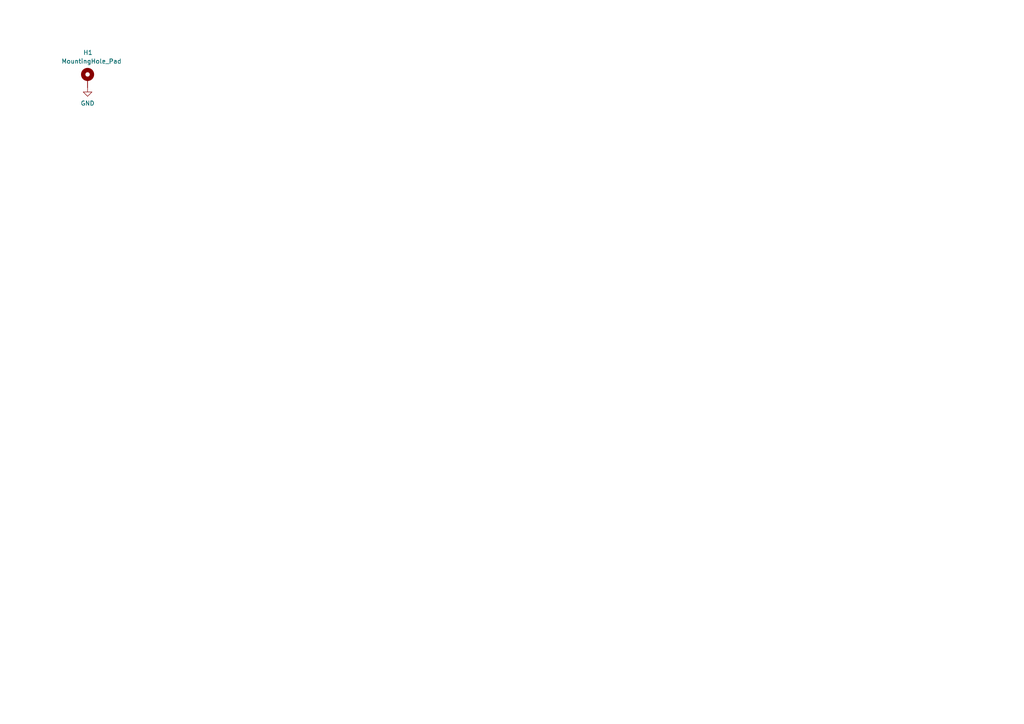
<source format=kicad_sch>
(kicad_sch (version 20231120) (generator "eeschema") (generator_version "8.0")
  (paper "A4")
  (lib_symbols
    (symbol "Mechanical:MountingHole_Pad" (pin_numbers hide) (pin_names (offset 1.016) hide)
      (property "Reference" "H" (at 0 6.35 0))
      (property "Value" "MountingHole_Pad" (at 0 4.445 0))
      (symbol "MountingHole_Pad_0_1"
        (circle (center 0 1.27) (radius 1.27) (stroke (width 1.27)))
      )
      (symbol "MountingHole_Pad_1_1"
        (pin input line (at 0 -2.54 90) (length 2.54) (name "1") (number "1"))
      )
    )
    (symbol "power:GND" (power) (pin_names (offset 0))
      (property "Value" "GND" (at 0 -3.81 0))
      (symbol "GND_0_1"
        (polyline (pts (xy 0 0) (xy 0 -1.27) (xy 1.27 -1.27) (xy 0 -2.54) (xy -1.27 -1.27) (xy 0 -1.27)))
      )
      (symbol "GND_1_1"
        (pin power_in line (at 0 0 270) (length 0) hide (name "GND") (number "1"))
      )
    )
  )
  (symbol (lib_id "power:GND") (at 25.4 25.4 0) (unit 1)
    (property "Reference" "#PWR01" (effects (hide yes)))
    (property "Value" "GND" (at 25.4 29.9625 0))
  )
  (symbol (lib_id "Mechanical:MountingHole_Pad") (at 25.4 22.86 0) (unit 1)
    (property "Reference" "H1" (at 24.13 15.24 0) (effects (justify left)))
    (property "Value" "MountingHole_Pad" (at 17.78 17.78 0) (effects (justify left)))
    (property "Footprint" "MountingHole:MountingHole_5.3mm_M5_DIN965_Pad" (effects (hide yes)))
  )
)
</source>
